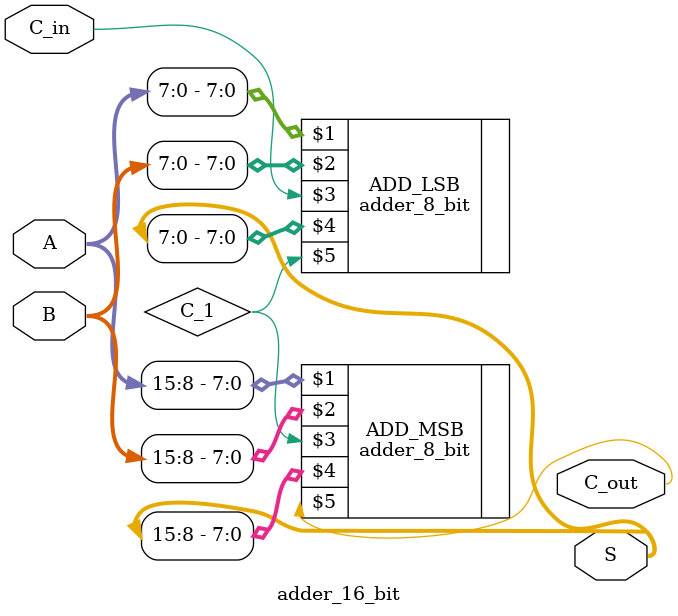
<source format=v>
`timescale 1ns / 1ps


module adder_16_bit(
    input [15 : 0] A,
    input [15 : 0] B,
    input C_in,
    output [15 : 0] S,
    output C_out
    );
    
    // Assign the intermediate variables
    wire C_1;
    
    // Assign the LSB adder
    adder_8_bit ADD_LSB(
        A[7:0],
        B[7:0],
        C_in,
        S[7:0],
        C_1
    );
    
    // Assign the MSB adder
    adder_8_bit ADD_MSB(
        A[15:8],
        B[15:8],
        C_1,
        S[15:8],
        C_out
    );
    
endmodule


</source>
